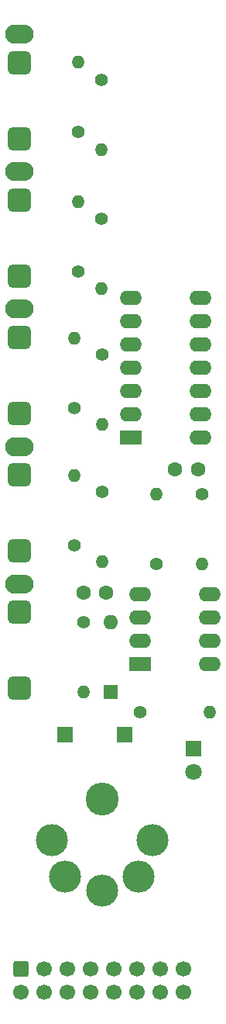
<source format=gbs>
%TF.GenerationSoftware,KiCad,Pcbnew,(6.0.1)*%
%TF.CreationDate,2022-10-18T10:19:05-04:00*%
%TF.ProjectId,ER-MIDI-THRU,45522d4d-4944-4492-9d54-4852552e6b69,1*%
%TF.SameCoordinates,Original*%
%TF.FileFunction,Soldermask,Bot*%
%TF.FilePolarity,Negative*%
%FSLAX46Y46*%
G04 Gerber Fmt 4.6, Leading zero omitted, Abs format (unit mm)*
G04 Created by KiCad (PCBNEW (6.0.1)) date 2022-10-18 10:19:05*
%MOMM*%
%LPD*%
G01*
G04 APERTURE LIST*
G04 Aperture macros list*
%AMRoundRect*
0 Rectangle with rounded corners*
0 $1 Rounding radius*
0 $2 $3 $4 $5 $6 $7 $8 $9 X,Y pos of 4 corners*
0 Add a 4 corners polygon primitive as box body*
4,1,4,$2,$3,$4,$5,$6,$7,$8,$9,$2,$3,0*
0 Add four circle primitives for the rounded corners*
1,1,$1+$1,$2,$3*
1,1,$1+$1,$4,$5*
1,1,$1+$1,$6,$7*
1,1,$1+$1,$8,$9*
0 Add four rect primitives between the rounded corners*
20,1,$1+$1,$2,$3,$4,$5,0*
20,1,$1+$1,$4,$5,$6,$7,0*
20,1,$1+$1,$6,$7,$8,$9,0*
20,1,$1+$1,$8,$9,$2,$3,0*%
G04 Aperture macros list end*
%ADD10R,1.700000X1.700000*%
%ADD11RoundRect,0.650000X0.650000X0.650000X-0.650000X0.650000X-0.650000X-0.650000X0.650000X-0.650000X0*%
%ADD12O,3.100000X2.100000*%
%ADD13O,3.500000X3.500000*%
%ADD14C,3.500000*%
%ADD15C,3.600000*%
%ADD16R,1.800000X1.800000*%
%ADD17C,1.800000*%
%ADD18C,1.400000*%
%ADD19O,1.400000X1.400000*%
%ADD20R,2.400000X1.600000*%
%ADD21O,2.400000X1.600000*%
%ADD22C,1.600000*%
%ADD23O,1.600000X1.600000*%
%ADD24R,1.600000X1.600000*%
%ADD25RoundRect,0.250000X-0.600000X0.600000X-0.600000X-0.600000X0.600000X-0.600000X0.600000X0.600000X0*%
%ADD26C,1.700000*%
G04 APERTURE END LIST*
D10*
%TO.C,J9*%
X10000000Y-78500000D03*
%TD*%
D11*
%TO.C,J5*%
X5000000Y-50120000D03*
D12*
X5000000Y-47020000D03*
D11*
X5000000Y-58420000D03*
%TD*%
%TO.C,J4*%
X5000000Y-35120000D03*
D12*
X5000000Y-32020000D03*
D11*
X5000000Y-43420000D03*
%TD*%
D13*
%TO.C,J7*%
X19500000Y-90000000D03*
X14000000Y-95500000D03*
D14*
X8500000Y-90000000D03*
D13*
X18000000Y-94000000D03*
X10000000Y-94000000D03*
D15*
X14000000Y-85500000D03*
%TD*%
D16*
%TO.C,D1*%
X24000000Y-80000000D03*
D17*
X24000000Y-82540000D03*
%TD*%
D11*
%TO.C,J1*%
X5000000Y-65120000D03*
D12*
X5000000Y-62020000D03*
D11*
X5000000Y-73420000D03*
%TD*%
%TO.C,J2*%
X5000000Y-5120000D03*
D12*
X5000000Y-2020000D03*
D11*
X5000000Y-13420000D03*
%TD*%
%TO.C,J3*%
X5000000Y-20120000D03*
D12*
X5000000Y-17020000D03*
D11*
X5000000Y-28420000D03*
%TD*%
D10*
%TO.C,J8*%
X16500000Y-78500000D03*
%TD*%
D18*
%TO.C,R8*%
X11000000Y-42810000D03*
D19*
X11000000Y-35190000D03*
%TD*%
D18*
%TO.C,R6*%
X11430000Y-27940000D03*
D19*
X11430000Y-20320000D03*
%TD*%
D18*
%TO.C,R7*%
X13970000Y-22190000D03*
D19*
X13970000Y-29810000D03*
%TD*%
D18*
%TO.C,R4*%
X11430000Y-12700000D03*
D19*
X11430000Y-5080000D03*
%TD*%
D20*
%TO.C,U1*%
X17175000Y-46000000D03*
D21*
X17175000Y-43460000D03*
X17175000Y-40920000D03*
X17175000Y-38380000D03*
X17175000Y-35840000D03*
X17175000Y-33300000D03*
X17175000Y-30760000D03*
X24795000Y-30760000D03*
X24795000Y-33300000D03*
X24795000Y-35840000D03*
X24795000Y-38380000D03*
X24795000Y-40920000D03*
X24795000Y-43460000D03*
X24795000Y-46000000D03*
%TD*%
D18*
%TO.C,R11*%
X14000000Y-52000000D03*
D19*
X14000000Y-59620000D03*
%TD*%
D22*
%TO.C,C1*%
X12000000Y-63000000D03*
X14500000Y-63000000D03*
%TD*%
D18*
%TO.C,R5*%
X13970000Y-6985000D03*
D19*
X13970000Y-14605000D03*
%TD*%
D18*
%TO.C,R3*%
X12000000Y-66190000D03*
D19*
X12000000Y-73810000D03*
%TD*%
D18*
%TO.C,R9*%
X14000000Y-37000000D03*
D19*
X14000000Y-44620000D03*
%TD*%
D23*
%TO.C,D2*%
X15000000Y-66190000D03*
D24*
X15000000Y-73810000D03*
%TD*%
D25*
%TO.C,J6*%
X5110000Y-103997500D03*
D26*
X5110000Y-106537500D03*
X7650000Y-103997500D03*
X7650000Y-106537500D03*
X10190000Y-103997500D03*
X10190000Y-106537500D03*
X12730000Y-103997500D03*
X12730000Y-106537500D03*
X15270000Y-103997500D03*
X15270000Y-106537500D03*
X17810000Y-103997500D03*
X17810000Y-106537500D03*
X20350000Y-103997500D03*
X20350000Y-106537500D03*
X22890000Y-103997500D03*
X22890000Y-106537500D03*
%TD*%
D18*
%TO.C,R10*%
X11000000Y-57810000D03*
D19*
X11000000Y-50190000D03*
%TD*%
D18*
%TO.C,R12*%
X25000000Y-52190000D03*
D19*
X25000000Y-59810000D03*
%TD*%
D18*
%TO.C,R2*%
X18190000Y-76000000D03*
D19*
X25810000Y-76000000D03*
%TD*%
D18*
%TO.C,R1*%
X20000000Y-59810000D03*
D19*
X20000000Y-52190000D03*
%TD*%
D20*
%TO.C,U2*%
X18200000Y-70800000D03*
D21*
X18200000Y-68260000D03*
X18200000Y-65720000D03*
X18200000Y-63180000D03*
X25820000Y-63180000D03*
X25820000Y-65720000D03*
X25820000Y-68260000D03*
X25820000Y-70800000D03*
%TD*%
D22*
%TO.C,C2*%
X22000000Y-49530000D03*
X24500000Y-49530000D03*
%TD*%
M02*

</source>
